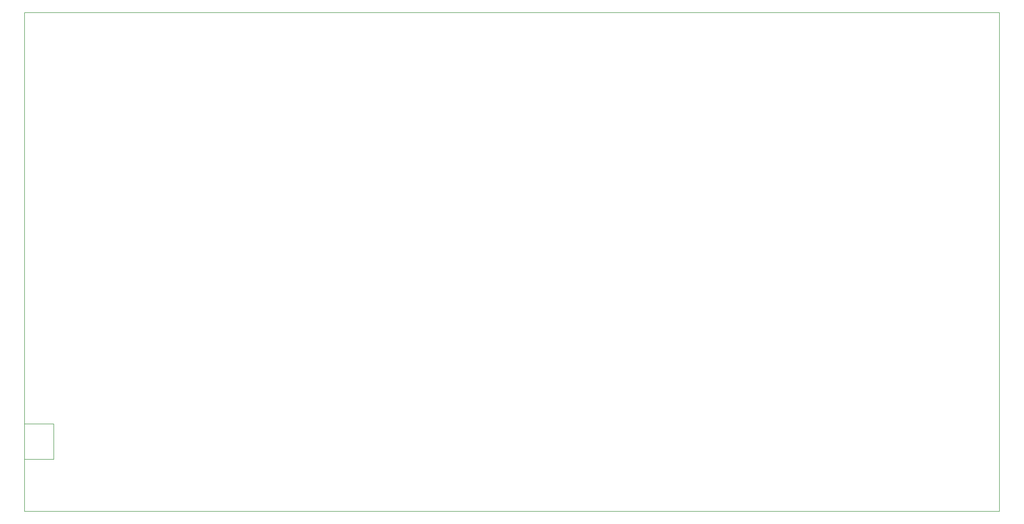
<source format=gbr>
G04 DipTrace 3.3.1.3*
G04 BoardOutline.gbr*
%MOIN*%
G04 #@! TF.FileFunction,Profile*
G04 #@! TF.Part,Single*
%ADD11C,0.005512*%
%FSLAX26Y26*%
G04*
G70*
G90*
G75*
G01*
G04 BoardOutline*
%LPD*%
X393701Y7106299D2*
D11*
X13503937D1*
Y393701D1*
X393701D1*
Y7106299D1*
Y1568898D2*
X787402D1*
Y1092520D1*
X393701D1*
Y1568898D1*
M02*

</source>
